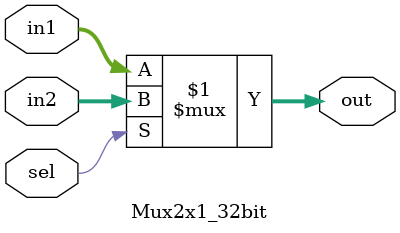
<source format=v>
module Mux2x1_32bit (
    input [31:0] in1,
    input [31:0] in2,
    input sel,
    output [31:0] out
);

    assign out = (sel) ? in2 : in1;

endmodule

</source>
